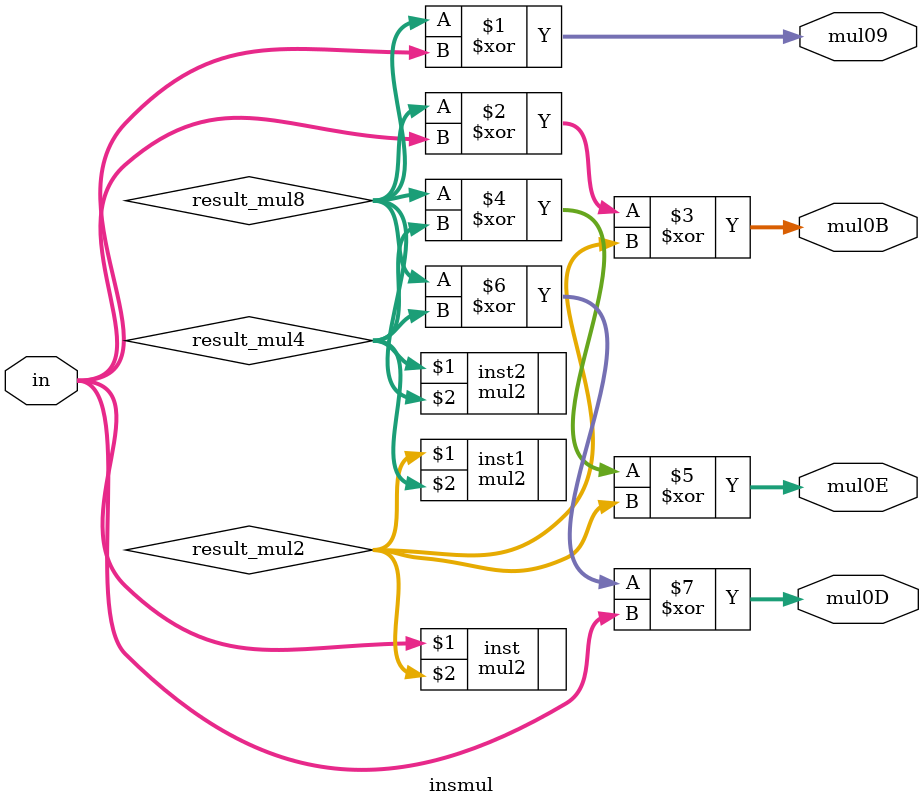
<source format=v>
module insmul(in,mul09,mul0B,mul0D,mul0E);
  input [7:0]in;
  output [7:0]mul0E,mul09,mul0B,mul0D;
  wire [7:0]result_mul2,result_mul4,result_mul8;
  mul2 inst(in[7:0],result_mul2);
  mul2 inst1(result_mul2,result_mul4);
  mul2 inst2(result_mul4,result_mul8);
  assign mul09[7:0]= result_mul8 ^ in[7:0];
  assign mul0B[7:0]= result_mul8 ^ in[7:0] ^ result_mul2;
  assign mul0E[7:0]= result_mul8 ^ result_mul4 ^ result_mul2;
  assign mul0D[7:0]= result_mul8 ^ result_mul4 ^ in[7:0];
endmodule
</source>
